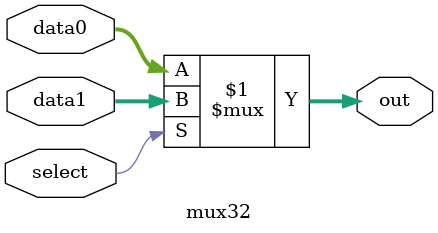
<source format=sv>
module mux32 (
    input wire [31:0] data0,  // 32-bit input data 0
    input wire [31:0] data1,  // 32-bit input data 1
    input wire select,        // Selection control (0 selects data0, 1 selects data1)
    output wire [31:0] out // 32-bit out
);

    assign out = (select) ? data1 : data0;

endmodule

</source>
